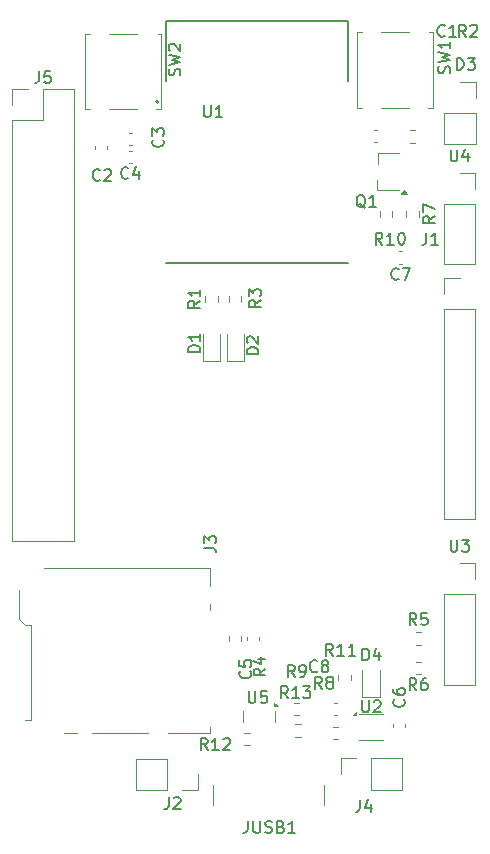
<source format=gbr>
%TF.GenerationSoftware,KiCad,Pcbnew,8.0.6*%
%TF.CreationDate,2024-12-02T04:17:19+07:00*%
%TF.ProjectId,PCB,5043422e-6b69-4636-9164-5f7063625858,rev?*%
%TF.SameCoordinates,Original*%
%TF.FileFunction,Legend,Top*%
%TF.FilePolarity,Positive*%
%FSLAX46Y46*%
G04 Gerber Fmt 4.6, Leading zero omitted, Abs format (unit mm)*
G04 Created by KiCad (PCBNEW 8.0.6) date 2024-12-02 04:17:19*
%MOMM*%
%LPD*%
G01*
G04 APERTURE LIST*
%ADD10C,0.150000*%
%ADD11C,0.120000*%
%ADD12C,0.127000*%
%ADD13C,0.200000*%
G04 APERTURE END LIST*
D10*
X111807200Y-23333332D02*
X111854819Y-23190475D01*
X111854819Y-23190475D02*
X111854819Y-22952380D01*
X111854819Y-22952380D02*
X111807200Y-22857142D01*
X111807200Y-22857142D02*
X111759580Y-22809523D01*
X111759580Y-22809523D02*
X111664342Y-22761904D01*
X111664342Y-22761904D02*
X111569104Y-22761904D01*
X111569104Y-22761904D02*
X111473866Y-22809523D01*
X111473866Y-22809523D02*
X111426247Y-22857142D01*
X111426247Y-22857142D02*
X111378628Y-22952380D01*
X111378628Y-22952380D02*
X111331009Y-23142856D01*
X111331009Y-23142856D02*
X111283390Y-23238094D01*
X111283390Y-23238094D02*
X111235771Y-23285713D01*
X111235771Y-23285713D02*
X111140533Y-23333332D01*
X111140533Y-23333332D02*
X111045295Y-23333332D01*
X111045295Y-23333332D02*
X110950057Y-23285713D01*
X110950057Y-23285713D02*
X110902438Y-23238094D01*
X110902438Y-23238094D02*
X110854819Y-23142856D01*
X110854819Y-23142856D02*
X110854819Y-22904761D01*
X110854819Y-22904761D02*
X110902438Y-22761904D01*
X110854819Y-22428570D02*
X111854819Y-22190475D01*
X111854819Y-22190475D02*
X111140533Y-21999999D01*
X111140533Y-21999999D02*
X111854819Y-21809523D01*
X111854819Y-21809523D02*
X110854819Y-21571428D01*
X110950057Y-21238094D02*
X110902438Y-21190475D01*
X110902438Y-21190475D02*
X110854819Y-21095237D01*
X110854819Y-21095237D02*
X110854819Y-20857142D01*
X110854819Y-20857142D02*
X110902438Y-20761904D01*
X110902438Y-20761904D02*
X110950057Y-20714285D01*
X110950057Y-20714285D02*
X111045295Y-20666666D01*
X111045295Y-20666666D02*
X111140533Y-20666666D01*
X111140533Y-20666666D02*
X111283390Y-20714285D01*
X111283390Y-20714285D02*
X111854819Y-21285713D01*
X111854819Y-21285713D02*
X111854819Y-20666666D01*
X134647200Y-23133332D02*
X134694819Y-22990475D01*
X134694819Y-22990475D02*
X134694819Y-22752380D01*
X134694819Y-22752380D02*
X134647200Y-22657142D01*
X134647200Y-22657142D02*
X134599580Y-22609523D01*
X134599580Y-22609523D02*
X134504342Y-22561904D01*
X134504342Y-22561904D02*
X134409104Y-22561904D01*
X134409104Y-22561904D02*
X134313866Y-22609523D01*
X134313866Y-22609523D02*
X134266247Y-22657142D01*
X134266247Y-22657142D02*
X134218628Y-22752380D01*
X134218628Y-22752380D02*
X134171009Y-22942856D01*
X134171009Y-22942856D02*
X134123390Y-23038094D01*
X134123390Y-23038094D02*
X134075771Y-23085713D01*
X134075771Y-23085713D02*
X133980533Y-23133332D01*
X133980533Y-23133332D02*
X133885295Y-23133332D01*
X133885295Y-23133332D02*
X133790057Y-23085713D01*
X133790057Y-23085713D02*
X133742438Y-23038094D01*
X133742438Y-23038094D02*
X133694819Y-22942856D01*
X133694819Y-22942856D02*
X133694819Y-22704761D01*
X133694819Y-22704761D02*
X133742438Y-22561904D01*
X133694819Y-22228570D02*
X134694819Y-21990475D01*
X134694819Y-21990475D02*
X133980533Y-21799999D01*
X133980533Y-21799999D02*
X134694819Y-21609523D01*
X134694819Y-21609523D02*
X133694819Y-21371428D01*
X134694819Y-20466666D02*
X134694819Y-21038094D01*
X134694819Y-20752380D02*
X133694819Y-20752380D01*
X133694819Y-20752380D02*
X133837676Y-20847618D01*
X133837676Y-20847618D02*
X133932914Y-20942856D01*
X133932914Y-20942856D02*
X133980533Y-21038094D01*
X117638095Y-75454819D02*
X117638095Y-76264342D01*
X117638095Y-76264342D02*
X117685714Y-76359580D01*
X117685714Y-76359580D02*
X117733333Y-76407200D01*
X117733333Y-76407200D02*
X117828571Y-76454819D01*
X117828571Y-76454819D02*
X118019047Y-76454819D01*
X118019047Y-76454819D02*
X118114285Y-76407200D01*
X118114285Y-76407200D02*
X118161904Y-76359580D01*
X118161904Y-76359580D02*
X118209523Y-76264342D01*
X118209523Y-76264342D02*
X118209523Y-75454819D01*
X119161904Y-75454819D02*
X118685714Y-75454819D01*
X118685714Y-75454819D02*
X118638095Y-75931009D01*
X118638095Y-75931009D02*
X118685714Y-75883390D01*
X118685714Y-75883390D02*
X118780952Y-75835771D01*
X118780952Y-75835771D02*
X119019047Y-75835771D01*
X119019047Y-75835771D02*
X119114285Y-75883390D01*
X119114285Y-75883390D02*
X119161904Y-75931009D01*
X119161904Y-75931009D02*
X119209523Y-76026247D01*
X119209523Y-76026247D02*
X119209523Y-76264342D01*
X119209523Y-76264342D02*
X119161904Y-76359580D01*
X119161904Y-76359580D02*
X119114285Y-76407200D01*
X119114285Y-76407200D02*
X119019047Y-76454819D01*
X119019047Y-76454819D02*
X118780952Y-76454819D01*
X118780952Y-76454819D02*
X118685714Y-76407200D01*
X118685714Y-76407200D02*
X118638095Y-76359580D01*
X134738095Y-29604819D02*
X134738095Y-30414342D01*
X134738095Y-30414342D02*
X134785714Y-30509580D01*
X134785714Y-30509580D02*
X134833333Y-30557200D01*
X134833333Y-30557200D02*
X134928571Y-30604819D01*
X134928571Y-30604819D02*
X135119047Y-30604819D01*
X135119047Y-30604819D02*
X135214285Y-30557200D01*
X135214285Y-30557200D02*
X135261904Y-30509580D01*
X135261904Y-30509580D02*
X135309523Y-30414342D01*
X135309523Y-30414342D02*
X135309523Y-29604819D01*
X136214285Y-29938152D02*
X136214285Y-30604819D01*
X135976190Y-29557200D02*
X135738095Y-30271485D01*
X135738095Y-30271485D02*
X136357142Y-30271485D01*
X134738095Y-62644819D02*
X134738095Y-63454342D01*
X134738095Y-63454342D02*
X134785714Y-63549580D01*
X134785714Y-63549580D02*
X134833333Y-63597200D01*
X134833333Y-63597200D02*
X134928571Y-63644819D01*
X134928571Y-63644819D02*
X135119047Y-63644819D01*
X135119047Y-63644819D02*
X135214285Y-63597200D01*
X135214285Y-63597200D02*
X135261904Y-63549580D01*
X135261904Y-63549580D02*
X135309523Y-63454342D01*
X135309523Y-63454342D02*
X135309523Y-62644819D01*
X135690476Y-62644819D02*
X136309523Y-62644819D01*
X136309523Y-62644819D02*
X135976190Y-63025771D01*
X135976190Y-63025771D02*
X136119047Y-63025771D01*
X136119047Y-63025771D02*
X136214285Y-63073390D01*
X136214285Y-63073390D02*
X136261904Y-63121009D01*
X136261904Y-63121009D02*
X136309523Y-63216247D01*
X136309523Y-63216247D02*
X136309523Y-63454342D01*
X136309523Y-63454342D02*
X136261904Y-63549580D01*
X136261904Y-63549580D02*
X136214285Y-63597200D01*
X136214285Y-63597200D02*
X136119047Y-63644819D01*
X136119047Y-63644819D02*
X135833333Y-63644819D01*
X135833333Y-63644819D02*
X135738095Y-63597200D01*
X135738095Y-63597200D02*
X135690476Y-63549580D01*
X127238095Y-76254819D02*
X127238095Y-77064342D01*
X127238095Y-77064342D02*
X127285714Y-77159580D01*
X127285714Y-77159580D02*
X127333333Y-77207200D01*
X127333333Y-77207200D02*
X127428571Y-77254819D01*
X127428571Y-77254819D02*
X127619047Y-77254819D01*
X127619047Y-77254819D02*
X127714285Y-77207200D01*
X127714285Y-77207200D02*
X127761904Y-77159580D01*
X127761904Y-77159580D02*
X127809523Y-77064342D01*
X127809523Y-77064342D02*
X127809523Y-76254819D01*
X128238095Y-76350057D02*
X128285714Y-76302438D01*
X128285714Y-76302438D02*
X128380952Y-76254819D01*
X128380952Y-76254819D02*
X128619047Y-76254819D01*
X128619047Y-76254819D02*
X128714285Y-76302438D01*
X128714285Y-76302438D02*
X128761904Y-76350057D01*
X128761904Y-76350057D02*
X128809523Y-76445295D01*
X128809523Y-76445295D02*
X128809523Y-76540533D01*
X128809523Y-76540533D02*
X128761904Y-76683390D01*
X128761904Y-76683390D02*
X128190476Y-77254819D01*
X128190476Y-77254819D02*
X128809523Y-77254819D01*
X123833333Y-75254819D02*
X123500000Y-74778628D01*
X123261905Y-75254819D02*
X123261905Y-74254819D01*
X123261905Y-74254819D02*
X123642857Y-74254819D01*
X123642857Y-74254819D02*
X123738095Y-74302438D01*
X123738095Y-74302438D02*
X123785714Y-74350057D01*
X123785714Y-74350057D02*
X123833333Y-74445295D01*
X123833333Y-74445295D02*
X123833333Y-74588152D01*
X123833333Y-74588152D02*
X123785714Y-74683390D01*
X123785714Y-74683390D02*
X123738095Y-74731009D01*
X123738095Y-74731009D02*
X123642857Y-74778628D01*
X123642857Y-74778628D02*
X123261905Y-74778628D01*
X124404762Y-74683390D02*
X124309524Y-74635771D01*
X124309524Y-74635771D02*
X124261905Y-74588152D01*
X124261905Y-74588152D02*
X124214286Y-74492914D01*
X124214286Y-74492914D02*
X124214286Y-74445295D01*
X124214286Y-74445295D02*
X124261905Y-74350057D01*
X124261905Y-74350057D02*
X124309524Y-74302438D01*
X124309524Y-74302438D02*
X124404762Y-74254819D01*
X124404762Y-74254819D02*
X124595238Y-74254819D01*
X124595238Y-74254819D02*
X124690476Y-74302438D01*
X124690476Y-74302438D02*
X124738095Y-74350057D01*
X124738095Y-74350057D02*
X124785714Y-74445295D01*
X124785714Y-74445295D02*
X124785714Y-74492914D01*
X124785714Y-74492914D02*
X124738095Y-74588152D01*
X124738095Y-74588152D02*
X124690476Y-74635771D01*
X124690476Y-74635771D02*
X124595238Y-74683390D01*
X124595238Y-74683390D02*
X124404762Y-74683390D01*
X124404762Y-74683390D02*
X124309524Y-74731009D01*
X124309524Y-74731009D02*
X124261905Y-74778628D01*
X124261905Y-74778628D02*
X124214286Y-74873866D01*
X124214286Y-74873866D02*
X124214286Y-75064342D01*
X124214286Y-75064342D02*
X124261905Y-75159580D01*
X124261905Y-75159580D02*
X124309524Y-75207200D01*
X124309524Y-75207200D02*
X124404762Y-75254819D01*
X124404762Y-75254819D02*
X124595238Y-75254819D01*
X124595238Y-75254819D02*
X124690476Y-75207200D01*
X124690476Y-75207200D02*
X124738095Y-75159580D01*
X124738095Y-75159580D02*
X124785714Y-75064342D01*
X124785714Y-75064342D02*
X124785714Y-74873866D01*
X124785714Y-74873866D02*
X124738095Y-74778628D01*
X124738095Y-74778628D02*
X124690476Y-74731009D01*
X124690476Y-74731009D02*
X124595238Y-74683390D01*
X133384819Y-35241666D02*
X132908628Y-35574999D01*
X133384819Y-35813094D02*
X132384819Y-35813094D01*
X132384819Y-35813094D02*
X132384819Y-35432142D01*
X132384819Y-35432142D02*
X132432438Y-35336904D01*
X132432438Y-35336904D02*
X132480057Y-35289285D01*
X132480057Y-35289285D02*
X132575295Y-35241666D01*
X132575295Y-35241666D02*
X132718152Y-35241666D01*
X132718152Y-35241666D02*
X132813390Y-35289285D01*
X132813390Y-35289285D02*
X132861009Y-35336904D01*
X132861009Y-35336904D02*
X132908628Y-35432142D01*
X132908628Y-35432142D02*
X132908628Y-35813094D01*
X132384819Y-34908332D02*
X132384819Y-34241666D01*
X132384819Y-34241666D02*
X133384819Y-34670237D01*
X131833333Y-75384819D02*
X131500000Y-74908628D01*
X131261905Y-75384819D02*
X131261905Y-74384819D01*
X131261905Y-74384819D02*
X131642857Y-74384819D01*
X131642857Y-74384819D02*
X131738095Y-74432438D01*
X131738095Y-74432438D02*
X131785714Y-74480057D01*
X131785714Y-74480057D02*
X131833333Y-74575295D01*
X131833333Y-74575295D02*
X131833333Y-74718152D01*
X131833333Y-74718152D02*
X131785714Y-74813390D01*
X131785714Y-74813390D02*
X131738095Y-74861009D01*
X131738095Y-74861009D02*
X131642857Y-74908628D01*
X131642857Y-74908628D02*
X131261905Y-74908628D01*
X132690476Y-74384819D02*
X132500000Y-74384819D01*
X132500000Y-74384819D02*
X132404762Y-74432438D01*
X132404762Y-74432438D02*
X132357143Y-74480057D01*
X132357143Y-74480057D02*
X132261905Y-74622914D01*
X132261905Y-74622914D02*
X132214286Y-74813390D01*
X132214286Y-74813390D02*
X132214286Y-75194342D01*
X132214286Y-75194342D02*
X132261905Y-75289580D01*
X132261905Y-75289580D02*
X132309524Y-75337200D01*
X132309524Y-75337200D02*
X132404762Y-75384819D01*
X132404762Y-75384819D02*
X132595238Y-75384819D01*
X132595238Y-75384819D02*
X132690476Y-75337200D01*
X132690476Y-75337200D02*
X132738095Y-75289580D01*
X132738095Y-75289580D02*
X132785714Y-75194342D01*
X132785714Y-75194342D02*
X132785714Y-74956247D01*
X132785714Y-74956247D02*
X132738095Y-74861009D01*
X132738095Y-74861009D02*
X132690476Y-74813390D01*
X132690476Y-74813390D02*
X132595238Y-74765771D01*
X132595238Y-74765771D02*
X132404762Y-74765771D01*
X132404762Y-74765771D02*
X132309524Y-74813390D01*
X132309524Y-74813390D02*
X132261905Y-74861009D01*
X132261905Y-74861009D02*
X132214286Y-74956247D01*
X99896666Y-22964819D02*
X99896666Y-23679104D01*
X99896666Y-23679104D02*
X99849047Y-23821961D01*
X99849047Y-23821961D02*
X99753809Y-23917200D01*
X99753809Y-23917200D02*
X99610952Y-23964819D01*
X99610952Y-23964819D02*
X99515714Y-23964819D01*
X100849047Y-22964819D02*
X100372857Y-22964819D01*
X100372857Y-22964819D02*
X100325238Y-23441009D01*
X100325238Y-23441009D02*
X100372857Y-23393390D01*
X100372857Y-23393390D02*
X100468095Y-23345771D01*
X100468095Y-23345771D02*
X100706190Y-23345771D01*
X100706190Y-23345771D02*
X100801428Y-23393390D01*
X100801428Y-23393390D02*
X100849047Y-23441009D01*
X100849047Y-23441009D02*
X100896666Y-23536247D01*
X100896666Y-23536247D02*
X100896666Y-23774342D01*
X100896666Y-23774342D02*
X100849047Y-23869580D01*
X100849047Y-23869580D02*
X100801428Y-23917200D01*
X100801428Y-23917200D02*
X100706190Y-23964819D01*
X100706190Y-23964819D02*
X100468095Y-23964819D01*
X100468095Y-23964819D02*
X100372857Y-23917200D01*
X100372857Y-23917200D02*
X100325238Y-23869580D01*
X110866666Y-84454819D02*
X110866666Y-85169104D01*
X110866666Y-85169104D02*
X110819047Y-85311961D01*
X110819047Y-85311961D02*
X110723809Y-85407200D01*
X110723809Y-85407200D02*
X110580952Y-85454819D01*
X110580952Y-85454819D02*
X110485714Y-85454819D01*
X111295238Y-84550057D02*
X111342857Y-84502438D01*
X111342857Y-84502438D02*
X111438095Y-84454819D01*
X111438095Y-84454819D02*
X111676190Y-84454819D01*
X111676190Y-84454819D02*
X111771428Y-84502438D01*
X111771428Y-84502438D02*
X111819047Y-84550057D01*
X111819047Y-84550057D02*
X111866666Y-84645295D01*
X111866666Y-84645295D02*
X111866666Y-84740533D01*
X111866666Y-84740533D02*
X111819047Y-84883390D01*
X111819047Y-84883390D02*
X111247619Y-85454819D01*
X111247619Y-85454819D02*
X111866666Y-85454819D01*
X127261905Y-72854819D02*
X127261905Y-71854819D01*
X127261905Y-71854819D02*
X127500000Y-71854819D01*
X127500000Y-71854819D02*
X127642857Y-71902438D01*
X127642857Y-71902438D02*
X127738095Y-71997676D01*
X127738095Y-71997676D02*
X127785714Y-72092914D01*
X127785714Y-72092914D02*
X127833333Y-72283390D01*
X127833333Y-72283390D02*
X127833333Y-72426247D01*
X127833333Y-72426247D02*
X127785714Y-72616723D01*
X127785714Y-72616723D02*
X127738095Y-72711961D01*
X127738095Y-72711961D02*
X127642857Y-72807200D01*
X127642857Y-72807200D02*
X127500000Y-72854819D01*
X127500000Y-72854819D02*
X127261905Y-72854819D01*
X128690476Y-72188152D02*
X128690476Y-72854819D01*
X128452381Y-71807200D02*
X128214286Y-72521485D01*
X128214286Y-72521485D02*
X128833333Y-72521485D01*
X135261905Y-22854819D02*
X135261905Y-21854819D01*
X135261905Y-21854819D02*
X135500000Y-21854819D01*
X135500000Y-21854819D02*
X135642857Y-21902438D01*
X135642857Y-21902438D02*
X135738095Y-21997676D01*
X135738095Y-21997676D02*
X135785714Y-22092914D01*
X135785714Y-22092914D02*
X135833333Y-22283390D01*
X135833333Y-22283390D02*
X135833333Y-22426247D01*
X135833333Y-22426247D02*
X135785714Y-22616723D01*
X135785714Y-22616723D02*
X135738095Y-22711961D01*
X135738095Y-22711961D02*
X135642857Y-22807200D01*
X135642857Y-22807200D02*
X135500000Y-22854819D01*
X135500000Y-22854819D02*
X135261905Y-22854819D01*
X136166667Y-21854819D02*
X136785714Y-21854819D01*
X136785714Y-21854819D02*
X136452381Y-22235771D01*
X136452381Y-22235771D02*
X136595238Y-22235771D01*
X136595238Y-22235771D02*
X136690476Y-22283390D01*
X136690476Y-22283390D02*
X136738095Y-22331009D01*
X136738095Y-22331009D02*
X136785714Y-22426247D01*
X136785714Y-22426247D02*
X136785714Y-22664342D01*
X136785714Y-22664342D02*
X136738095Y-22759580D01*
X136738095Y-22759580D02*
X136690476Y-22807200D01*
X136690476Y-22807200D02*
X136595238Y-22854819D01*
X136595238Y-22854819D02*
X136309524Y-22854819D01*
X136309524Y-22854819D02*
X136214286Y-22807200D01*
X136214286Y-22807200D02*
X136166667Y-22759580D01*
X105033333Y-32159580D02*
X104985714Y-32207200D01*
X104985714Y-32207200D02*
X104842857Y-32254819D01*
X104842857Y-32254819D02*
X104747619Y-32254819D01*
X104747619Y-32254819D02*
X104604762Y-32207200D01*
X104604762Y-32207200D02*
X104509524Y-32111961D01*
X104509524Y-32111961D02*
X104461905Y-32016723D01*
X104461905Y-32016723D02*
X104414286Y-31826247D01*
X104414286Y-31826247D02*
X104414286Y-31683390D01*
X104414286Y-31683390D02*
X104461905Y-31492914D01*
X104461905Y-31492914D02*
X104509524Y-31397676D01*
X104509524Y-31397676D02*
X104604762Y-31302438D01*
X104604762Y-31302438D02*
X104747619Y-31254819D01*
X104747619Y-31254819D02*
X104842857Y-31254819D01*
X104842857Y-31254819D02*
X104985714Y-31302438D01*
X104985714Y-31302438D02*
X105033333Y-31350057D01*
X105414286Y-31350057D02*
X105461905Y-31302438D01*
X105461905Y-31302438D02*
X105557143Y-31254819D01*
X105557143Y-31254819D02*
X105795238Y-31254819D01*
X105795238Y-31254819D02*
X105890476Y-31302438D01*
X105890476Y-31302438D02*
X105938095Y-31350057D01*
X105938095Y-31350057D02*
X105985714Y-31445295D01*
X105985714Y-31445295D02*
X105985714Y-31540533D01*
X105985714Y-31540533D02*
X105938095Y-31683390D01*
X105938095Y-31683390D02*
X105366667Y-32254819D01*
X105366667Y-32254819D02*
X105985714Y-32254819D01*
X127066666Y-84654819D02*
X127066666Y-85369104D01*
X127066666Y-85369104D02*
X127019047Y-85511961D01*
X127019047Y-85511961D02*
X126923809Y-85607200D01*
X126923809Y-85607200D02*
X126780952Y-85654819D01*
X126780952Y-85654819D02*
X126685714Y-85654819D01*
X127971428Y-84988152D02*
X127971428Y-85654819D01*
X127733333Y-84607200D02*
X127495238Y-85321485D01*
X127495238Y-85321485D02*
X128114285Y-85321485D01*
X127504761Y-34550057D02*
X127409523Y-34502438D01*
X127409523Y-34502438D02*
X127314285Y-34407200D01*
X127314285Y-34407200D02*
X127171428Y-34264342D01*
X127171428Y-34264342D02*
X127076190Y-34216723D01*
X127076190Y-34216723D02*
X126980952Y-34216723D01*
X127028571Y-34454819D02*
X126933333Y-34407200D01*
X126933333Y-34407200D02*
X126838095Y-34311961D01*
X126838095Y-34311961D02*
X126790476Y-34121485D01*
X126790476Y-34121485D02*
X126790476Y-33788152D01*
X126790476Y-33788152D02*
X126838095Y-33597676D01*
X126838095Y-33597676D02*
X126933333Y-33502438D01*
X126933333Y-33502438D02*
X127028571Y-33454819D01*
X127028571Y-33454819D02*
X127219047Y-33454819D01*
X127219047Y-33454819D02*
X127314285Y-33502438D01*
X127314285Y-33502438D02*
X127409523Y-33597676D01*
X127409523Y-33597676D02*
X127457142Y-33788152D01*
X127457142Y-33788152D02*
X127457142Y-34121485D01*
X127457142Y-34121485D02*
X127409523Y-34311961D01*
X127409523Y-34311961D02*
X127314285Y-34407200D01*
X127314285Y-34407200D02*
X127219047Y-34454819D01*
X127219047Y-34454819D02*
X127028571Y-34454819D01*
X128409523Y-34454819D02*
X127838095Y-34454819D01*
X128123809Y-34454819D02*
X128123809Y-33454819D01*
X128123809Y-33454819D02*
X128028571Y-33597676D01*
X128028571Y-33597676D02*
X127933333Y-33692914D01*
X127933333Y-33692914D02*
X127838095Y-33740533D01*
X118454819Y-46938094D02*
X117454819Y-46938094D01*
X117454819Y-46938094D02*
X117454819Y-46699999D01*
X117454819Y-46699999D02*
X117502438Y-46557142D01*
X117502438Y-46557142D02*
X117597676Y-46461904D01*
X117597676Y-46461904D02*
X117692914Y-46414285D01*
X117692914Y-46414285D02*
X117883390Y-46366666D01*
X117883390Y-46366666D02*
X118026247Y-46366666D01*
X118026247Y-46366666D02*
X118216723Y-46414285D01*
X118216723Y-46414285D02*
X118311961Y-46461904D01*
X118311961Y-46461904D02*
X118407200Y-46557142D01*
X118407200Y-46557142D02*
X118454819Y-46699999D01*
X118454819Y-46699999D02*
X118454819Y-46938094D01*
X117550057Y-45985713D02*
X117502438Y-45938094D01*
X117502438Y-45938094D02*
X117454819Y-45842856D01*
X117454819Y-45842856D02*
X117454819Y-45604761D01*
X117454819Y-45604761D02*
X117502438Y-45509523D01*
X117502438Y-45509523D02*
X117550057Y-45461904D01*
X117550057Y-45461904D02*
X117645295Y-45414285D01*
X117645295Y-45414285D02*
X117740533Y-45414285D01*
X117740533Y-45414285D02*
X117883390Y-45461904D01*
X117883390Y-45461904D02*
X118454819Y-46033332D01*
X118454819Y-46033332D02*
X118454819Y-45414285D01*
X113524819Y-46738094D02*
X112524819Y-46738094D01*
X112524819Y-46738094D02*
X112524819Y-46499999D01*
X112524819Y-46499999D02*
X112572438Y-46357142D01*
X112572438Y-46357142D02*
X112667676Y-46261904D01*
X112667676Y-46261904D02*
X112762914Y-46214285D01*
X112762914Y-46214285D02*
X112953390Y-46166666D01*
X112953390Y-46166666D02*
X113096247Y-46166666D01*
X113096247Y-46166666D02*
X113286723Y-46214285D01*
X113286723Y-46214285D02*
X113381961Y-46261904D01*
X113381961Y-46261904D02*
X113477200Y-46357142D01*
X113477200Y-46357142D02*
X113524819Y-46499999D01*
X113524819Y-46499999D02*
X113524819Y-46738094D01*
X113524819Y-45214285D02*
X113524819Y-45785713D01*
X113524819Y-45499999D02*
X112524819Y-45499999D01*
X112524819Y-45499999D02*
X112667676Y-45595237D01*
X112667676Y-45595237D02*
X112762914Y-45690475D01*
X112762914Y-45690475D02*
X112810533Y-45785713D01*
X120957142Y-76054819D02*
X120623809Y-75578628D01*
X120385714Y-76054819D02*
X120385714Y-75054819D01*
X120385714Y-75054819D02*
X120766666Y-75054819D01*
X120766666Y-75054819D02*
X120861904Y-75102438D01*
X120861904Y-75102438D02*
X120909523Y-75150057D01*
X120909523Y-75150057D02*
X120957142Y-75245295D01*
X120957142Y-75245295D02*
X120957142Y-75388152D01*
X120957142Y-75388152D02*
X120909523Y-75483390D01*
X120909523Y-75483390D02*
X120861904Y-75531009D01*
X120861904Y-75531009D02*
X120766666Y-75578628D01*
X120766666Y-75578628D02*
X120385714Y-75578628D01*
X121909523Y-76054819D02*
X121338095Y-76054819D01*
X121623809Y-76054819D02*
X121623809Y-75054819D01*
X121623809Y-75054819D02*
X121528571Y-75197676D01*
X121528571Y-75197676D02*
X121433333Y-75292914D01*
X121433333Y-75292914D02*
X121338095Y-75340533D01*
X122242857Y-75054819D02*
X122861904Y-75054819D01*
X122861904Y-75054819D02*
X122528571Y-75435771D01*
X122528571Y-75435771D02*
X122671428Y-75435771D01*
X122671428Y-75435771D02*
X122766666Y-75483390D01*
X122766666Y-75483390D02*
X122814285Y-75531009D01*
X122814285Y-75531009D02*
X122861904Y-75626247D01*
X122861904Y-75626247D02*
X122861904Y-75864342D01*
X122861904Y-75864342D02*
X122814285Y-75959580D01*
X122814285Y-75959580D02*
X122766666Y-76007200D01*
X122766666Y-76007200D02*
X122671428Y-76054819D01*
X122671428Y-76054819D02*
X122385714Y-76054819D01*
X122385714Y-76054819D02*
X122290476Y-76007200D01*
X122290476Y-76007200D02*
X122242857Y-75959580D01*
X114157142Y-80454819D02*
X113823809Y-79978628D01*
X113585714Y-80454819D02*
X113585714Y-79454819D01*
X113585714Y-79454819D02*
X113966666Y-79454819D01*
X113966666Y-79454819D02*
X114061904Y-79502438D01*
X114061904Y-79502438D02*
X114109523Y-79550057D01*
X114109523Y-79550057D02*
X114157142Y-79645295D01*
X114157142Y-79645295D02*
X114157142Y-79788152D01*
X114157142Y-79788152D02*
X114109523Y-79883390D01*
X114109523Y-79883390D02*
X114061904Y-79931009D01*
X114061904Y-79931009D02*
X113966666Y-79978628D01*
X113966666Y-79978628D02*
X113585714Y-79978628D01*
X115109523Y-80454819D02*
X114538095Y-80454819D01*
X114823809Y-80454819D02*
X114823809Y-79454819D01*
X114823809Y-79454819D02*
X114728571Y-79597676D01*
X114728571Y-79597676D02*
X114633333Y-79692914D01*
X114633333Y-79692914D02*
X114538095Y-79740533D01*
X115490476Y-79550057D02*
X115538095Y-79502438D01*
X115538095Y-79502438D02*
X115633333Y-79454819D01*
X115633333Y-79454819D02*
X115871428Y-79454819D01*
X115871428Y-79454819D02*
X115966666Y-79502438D01*
X115966666Y-79502438D02*
X116014285Y-79550057D01*
X116014285Y-79550057D02*
X116061904Y-79645295D01*
X116061904Y-79645295D02*
X116061904Y-79740533D01*
X116061904Y-79740533D02*
X116014285Y-79883390D01*
X116014285Y-79883390D02*
X115442857Y-80454819D01*
X115442857Y-80454819D02*
X116061904Y-80454819D01*
X131833333Y-69854819D02*
X131500000Y-69378628D01*
X131261905Y-69854819D02*
X131261905Y-68854819D01*
X131261905Y-68854819D02*
X131642857Y-68854819D01*
X131642857Y-68854819D02*
X131738095Y-68902438D01*
X131738095Y-68902438D02*
X131785714Y-68950057D01*
X131785714Y-68950057D02*
X131833333Y-69045295D01*
X131833333Y-69045295D02*
X131833333Y-69188152D01*
X131833333Y-69188152D02*
X131785714Y-69283390D01*
X131785714Y-69283390D02*
X131738095Y-69331009D01*
X131738095Y-69331009D02*
X131642857Y-69378628D01*
X131642857Y-69378628D02*
X131261905Y-69378628D01*
X132738095Y-68854819D02*
X132261905Y-68854819D01*
X132261905Y-68854819D02*
X132214286Y-69331009D01*
X132214286Y-69331009D02*
X132261905Y-69283390D01*
X132261905Y-69283390D02*
X132357143Y-69235771D01*
X132357143Y-69235771D02*
X132595238Y-69235771D01*
X132595238Y-69235771D02*
X132690476Y-69283390D01*
X132690476Y-69283390D02*
X132738095Y-69331009D01*
X132738095Y-69331009D02*
X132785714Y-69426247D01*
X132785714Y-69426247D02*
X132785714Y-69664342D01*
X132785714Y-69664342D02*
X132738095Y-69759580D01*
X132738095Y-69759580D02*
X132690476Y-69807200D01*
X132690476Y-69807200D02*
X132595238Y-69854819D01*
X132595238Y-69854819D02*
X132357143Y-69854819D01*
X132357143Y-69854819D02*
X132261905Y-69807200D01*
X132261905Y-69807200D02*
X132214286Y-69759580D01*
X119054819Y-73566666D02*
X118578628Y-73899999D01*
X119054819Y-74138094D02*
X118054819Y-74138094D01*
X118054819Y-74138094D02*
X118054819Y-73757142D01*
X118054819Y-73757142D02*
X118102438Y-73661904D01*
X118102438Y-73661904D02*
X118150057Y-73614285D01*
X118150057Y-73614285D02*
X118245295Y-73566666D01*
X118245295Y-73566666D02*
X118388152Y-73566666D01*
X118388152Y-73566666D02*
X118483390Y-73614285D01*
X118483390Y-73614285D02*
X118531009Y-73661904D01*
X118531009Y-73661904D02*
X118578628Y-73757142D01*
X118578628Y-73757142D02*
X118578628Y-74138094D01*
X118388152Y-72709523D02*
X119054819Y-72709523D01*
X118007200Y-72947618D02*
X118721485Y-73185713D01*
X118721485Y-73185713D02*
X118721485Y-72566666D01*
X118654819Y-42366666D02*
X118178628Y-42699999D01*
X118654819Y-42938094D02*
X117654819Y-42938094D01*
X117654819Y-42938094D02*
X117654819Y-42557142D01*
X117654819Y-42557142D02*
X117702438Y-42461904D01*
X117702438Y-42461904D02*
X117750057Y-42414285D01*
X117750057Y-42414285D02*
X117845295Y-42366666D01*
X117845295Y-42366666D02*
X117988152Y-42366666D01*
X117988152Y-42366666D02*
X118083390Y-42414285D01*
X118083390Y-42414285D02*
X118131009Y-42461904D01*
X118131009Y-42461904D02*
X118178628Y-42557142D01*
X118178628Y-42557142D02*
X118178628Y-42938094D01*
X117654819Y-42033332D02*
X117654819Y-41414285D01*
X117654819Y-41414285D02*
X118035771Y-41747618D01*
X118035771Y-41747618D02*
X118035771Y-41604761D01*
X118035771Y-41604761D02*
X118083390Y-41509523D01*
X118083390Y-41509523D02*
X118131009Y-41461904D01*
X118131009Y-41461904D02*
X118226247Y-41414285D01*
X118226247Y-41414285D02*
X118464342Y-41414285D01*
X118464342Y-41414285D02*
X118559580Y-41461904D01*
X118559580Y-41461904D02*
X118607200Y-41509523D01*
X118607200Y-41509523D02*
X118654819Y-41604761D01*
X118654819Y-41604761D02*
X118654819Y-41890475D01*
X118654819Y-41890475D02*
X118607200Y-41985713D01*
X118607200Y-41985713D02*
X118559580Y-42033332D01*
X136033333Y-20054819D02*
X135700000Y-19578628D01*
X135461905Y-20054819D02*
X135461905Y-19054819D01*
X135461905Y-19054819D02*
X135842857Y-19054819D01*
X135842857Y-19054819D02*
X135938095Y-19102438D01*
X135938095Y-19102438D02*
X135985714Y-19150057D01*
X135985714Y-19150057D02*
X136033333Y-19245295D01*
X136033333Y-19245295D02*
X136033333Y-19388152D01*
X136033333Y-19388152D02*
X135985714Y-19483390D01*
X135985714Y-19483390D02*
X135938095Y-19531009D01*
X135938095Y-19531009D02*
X135842857Y-19578628D01*
X135842857Y-19578628D02*
X135461905Y-19578628D01*
X136414286Y-19150057D02*
X136461905Y-19102438D01*
X136461905Y-19102438D02*
X136557143Y-19054819D01*
X136557143Y-19054819D02*
X136795238Y-19054819D01*
X136795238Y-19054819D02*
X136890476Y-19102438D01*
X136890476Y-19102438D02*
X136938095Y-19150057D01*
X136938095Y-19150057D02*
X136985714Y-19245295D01*
X136985714Y-19245295D02*
X136985714Y-19340533D01*
X136985714Y-19340533D02*
X136938095Y-19483390D01*
X136938095Y-19483390D02*
X136366667Y-20054819D01*
X136366667Y-20054819D02*
X136985714Y-20054819D01*
X123433333Y-73759580D02*
X123385714Y-73807200D01*
X123385714Y-73807200D02*
X123242857Y-73854819D01*
X123242857Y-73854819D02*
X123147619Y-73854819D01*
X123147619Y-73854819D02*
X123004762Y-73807200D01*
X123004762Y-73807200D02*
X122909524Y-73711961D01*
X122909524Y-73711961D02*
X122861905Y-73616723D01*
X122861905Y-73616723D02*
X122814286Y-73426247D01*
X122814286Y-73426247D02*
X122814286Y-73283390D01*
X122814286Y-73283390D02*
X122861905Y-73092914D01*
X122861905Y-73092914D02*
X122909524Y-72997676D01*
X122909524Y-72997676D02*
X123004762Y-72902438D01*
X123004762Y-72902438D02*
X123147619Y-72854819D01*
X123147619Y-72854819D02*
X123242857Y-72854819D01*
X123242857Y-72854819D02*
X123385714Y-72902438D01*
X123385714Y-72902438D02*
X123433333Y-72950057D01*
X124004762Y-73283390D02*
X123909524Y-73235771D01*
X123909524Y-73235771D02*
X123861905Y-73188152D01*
X123861905Y-73188152D02*
X123814286Y-73092914D01*
X123814286Y-73092914D02*
X123814286Y-73045295D01*
X123814286Y-73045295D02*
X123861905Y-72950057D01*
X123861905Y-72950057D02*
X123909524Y-72902438D01*
X123909524Y-72902438D02*
X124004762Y-72854819D01*
X124004762Y-72854819D02*
X124195238Y-72854819D01*
X124195238Y-72854819D02*
X124290476Y-72902438D01*
X124290476Y-72902438D02*
X124338095Y-72950057D01*
X124338095Y-72950057D02*
X124385714Y-73045295D01*
X124385714Y-73045295D02*
X124385714Y-73092914D01*
X124385714Y-73092914D02*
X124338095Y-73188152D01*
X124338095Y-73188152D02*
X124290476Y-73235771D01*
X124290476Y-73235771D02*
X124195238Y-73283390D01*
X124195238Y-73283390D02*
X124004762Y-73283390D01*
X124004762Y-73283390D02*
X123909524Y-73331009D01*
X123909524Y-73331009D02*
X123861905Y-73378628D01*
X123861905Y-73378628D02*
X123814286Y-73473866D01*
X123814286Y-73473866D02*
X123814286Y-73664342D01*
X123814286Y-73664342D02*
X123861905Y-73759580D01*
X123861905Y-73759580D02*
X123909524Y-73807200D01*
X123909524Y-73807200D02*
X124004762Y-73854819D01*
X124004762Y-73854819D02*
X124195238Y-73854819D01*
X124195238Y-73854819D02*
X124290476Y-73807200D01*
X124290476Y-73807200D02*
X124338095Y-73759580D01*
X124338095Y-73759580D02*
X124385714Y-73664342D01*
X124385714Y-73664342D02*
X124385714Y-73473866D01*
X124385714Y-73473866D02*
X124338095Y-73378628D01*
X124338095Y-73378628D02*
X124290476Y-73331009D01*
X124290476Y-73331009D02*
X124195238Y-73283390D01*
X113838095Y-25854819D02*
X113838095Y-26664342D01*
X113838095Y-26664342D02*
X113885714Y-26759580D01*
X113885714Y-26759580D02*
X113933333Y-26807200D01*
X113933333Y-26807200D02*
X114028571Y-26854819D01*
X114028571Y-26854819D02*
X114219047Y-26854819D01*
X114219047Y-26854819D02*
X114314285Y-26807200D01*
X114314285Y-26807200D02*
X114361904Y-26759580D01*
X114361904Y-26759580D02*
X114409523Y-26664342D01*
X114409523Y-26664342D02*
X114409523Y-25854819D01*
X115409523Y-26854819D02*
X114838095Y-26854819D01*
X115123809Y-26854819D02*
X115123809Y-25854819D01*
X115123809Y-25854819D02*
X115028571Y-25997676D01*
X115028571Y-25997676D02*
X114933333Y-26092914D01*
X114933333Y-26092914D02*
X114838095Y-26140533D01*
X124757142Y-72454819D02*
X124423809Y-71978628D01*
X124185714Y-72454819D02*
X124185714Y-71454819D01*
X124185714Y-71454819D02*
X124566666Y-71454819D01*
X124566666Y-71454819D02*
X124661904Y-71502438D01*
X124661904Y-71502438D02*
X124709523Y-71550057D01*
X124709523Y-71550057D02*
X124757142Y-71645295D01*
X124757142Y-71645295D02*
X124757142Y-71788152D01*
X124757142Y-71788152D02*
X124709523Y-71883390D01*
X124709523Y-71883390D02*
X124661904Y-71931009D01*
X124661904Y-71931009D02*
X124566666Y-71978628D01*
X124566666Y-71978628D02*
X124185714Y-71978628D01*
X125709523Y-72454819D02*
X125138095Y-72454819D01*
X125423809Y-72454819D02*
X125423809Y-71454819D01*
X125423809Y-71454819D02*
X125328571Y-71597676D01*
X125328571Y-71597676D02*
X125233333Y-71692914D01*
X125233333Y-71692914D02*
X125138095Y-71740533D01*
X126661904Y-72454819D02*
X126090476Y-72454819D01*
X126376190Y-72454819D02*
X126376190Y-71454819D01*
X126376190Y-71454819D02*
X126280952Y-71597676D01*
X126280952Y-71597676D02*
X126185714Y-71692914D01*
X126185714Y-71692914D02*
X126090476Y-71740533D01*
X128957142Y-37654819D02*
X128623809Y-37178628D01*
X128385714Y-37654819D02*
X128385714Y-36654819D01*
X128385714Y-36654819D02*
X128766666Y-36654819D01*
X128766666Y-36654819D02*
X128861904Y-36702438D01*
X128861904Y-36702438D02*
X128909523Y-36750057D01*
X128909523Y-36750057D02*
X128957142Y-36845295D01*
X128957142Y-36845295D02*
X128957142Y-36988152D01*
X128957142Y-36988152D02*
X128909523Y-37083390D01*
X128909523Y-37083390D02*
X128861904Y-37131009D01*
X128861904Y-37131009D02*
X128766666Y-37178628D01*
X128766666Y-37178628D02*
X128385714Y-37178628D01*
X129909523Y-37654819D02*
X129338095Y-37654819D01*
X129623809Y-37654819D02*
X129623809Y-36654819D01*
X129623809Y-36654819D02*
X129528571Y-36797676D01*
X129528571Y-36797676D02*
X129433333Y-36892914D01*
X129433333Y-36892914D02*
X129338095Y-36940533D01*
X130528571Y-36654819D02*
X130623809Y-36654819D01*
X130623809Y-36654819D02*
X130719047Y-36702438D01*
X130719047Y-36702438D02*
X130766666Y-36750057D01*
X130766666Y-36750057D02*
X130814285Y-36845295D01*
X130814285Y-36845295D02*
X130861904Y-37035771D01*
X130861904Y-37035771D02*
X130861904Y-37273866D01*
X130861904Y-37273866D02*
X130814285Y-37464342D01*
X130814285Y-37464342D02*
X130766666Y-37559580D01*
X130766666Y-37559580D02*
X130719047Y-37607200D01*
X130719047Y-37607200D02*
X130623809Y-37654819D01*
X130623809Y-37654819D02*
X130528571Y-37654819D01*
X130528571Y-37654819D02*
X130433333Y-37607200D01*
X130433333Y-37607200D02*
X130385714Y-37559580D01*
X130385714Y-37559580D02*
X130338095Y-37464342D01*
X130338095Y-37464342D02*
X130290476Y-37273866D01*
X130290476Y-37273866D02*
X130290476Y-37035771D01*
X130290476Y-37035771D02*
X130338095Y-36845295D01*
X130338095Y-36845295D02*
X130385714Y-36750057D01*
X130385714Y-36750057D02*
X130433333Y-36702438D01*
X130433333Y-36702438D02*
X130528571Y-36654819D01*
X121533333Y-74254819D02*
X121200000Y-73778628D01*
X120961905Y-74254819D02*
X120961905Y-73254819D01*
X120961905Y-73254819D02*
X121342857Y-73254819D01*
X121342857Y-73254819D02*
X121438095Y-73302438D01*
X121438095Y-73302438D02*
X121485714Y-73350057D01*
X121485714Y-73350057D02*
X121533333Y-73445295D01*
X121533333Y-73445295D02*
X121533333Y-73588152D01*
X121533333Y-73588152D02*
X121485714Y-73683390D01*
X121485714Y-73683390D02*
X121438095Y-73731009D01*
X121438095Y-73731009D02*
X121342857Y-73778628D01*
X121342857Y-73778628D02*
X120961905Y-73778628D01*
X122009524Y-74254819D02*
X122200000Y-74254819D01*
X122200000Y-74254819D02*
X122295238Y-74207200D01*
X122295238Y-74207200D02*
X122342857Y-74159580D01*
X122342857Y-74159580D02*
X122438095Y-74016723D01*
X122438095Y-74016723D02*
X122485714Y-73826247D01*
X122485714Y-73826247D02*
X122485714Y-73445295D01*
X122485714Y-73445295D02*
X122438095Y-73350057D01*
X122438095Y-73350057D02*
X122390476Y-73302438D01*
X122390476Y-73302438D02*
X122295238Y-73254819D01*
X122295238Y-73254819D02*
X122104762Y-73254819D01*
X122104762Y-73254819D02*
X122009524Y-73302438D01*
X122009524Y-73302438D02*
X121961905Y-73350057D01*
X121961905Y-73350057D02*
X121914286Y-73445295D01*
X121914286Y-73445295D02*
X121914286Y-73683390D01*
X121914286Y-73683390D02*
X121961905Y-73778628D01*
X121961905Y-73778628D02*
X122009524Y-73826247D01*
X122009524Y-73826247D02*
X122104762Y-73873866D01*
X122104762Y-73873866D02*
X122295238Y-73873866D01*
X122295238Y-73873866D02*
X122390476Y-73826247D01*
X122390476Y-73826247D02*
X122438095Y-73778628D01*
X122438095Y-73778628D02*
X122485714Y-73683390D01*
X113524819Y-42416666D02*
X113048628Y-42749999D01*
X113524819Y-42988094D02*
X112524819Y-42988094D01*
X112524819Y-42988094D02*
X112524819Y-42607142D01*
X112524819Y-42607142D02*
X112572438Y-42511904D01*
X112572438Y-42511904D02*
X112620057Y-42464285D01*
X112620057Y-42464285D02*
X112715295Y-42416666D01*
X112715295Y-42416666D02*
X112858152Y-42416666D01*
X112858152Y-42416666D02*
X112953390Y-42464285D01*
X112953390Y-42464285D02*
X113001009Y-42511904D01*
X113001009Y-42511904D02*
X113048628Y-42607142D01*
X113048628Y-42607142D02*
X113048628Y-42988094D01*
X113524819Y-41464285D02*
X113524819Y-42035713D01*
X113524819Y-41749999D02*
X112524819Y-41749999D01*
X112524819Y-41749999D02*
X112667676Y-41845237D01*
X112667676Y-41845237D02*
X112762914Y-41940475D01*
X112762914Y-41940475D02*
X112810533Y-42035713D01*
X117566666Y-86454819D02*
X117566666Y-87169104D01*
X117566666Y-87169104D02*
X117519047Y-87311961D01*
X117519047Y-87311961D02*
X117423809Y-87407200D01*
X117423809Y-87407200D02*
X117280952Y-87454819D01*
X117280952Y-87454819D02*
X117185714Y-87454819D01*
X118042857Y-86454819D02*
X118042857Y-87264342D01*
X118042857Y-87264342D02*
X118090476Y-87359580D01*
X118090476Y-87359580D02*
X118138095Y-87407200D01*
X118138095Y-87407200D02*
X118233333Y-87454819D01*
X118233333Y-87454819D02*
X118423809Y-87454819D01*
X118423809Y-87454819D02*
X118519047Y-87407200D01*
X118519047Y-87407200D02*
X118566666Y-87359580D01*
X118566666Y-87359580D02*
X118614285Y-87264342D01*
X118614285Y-87264342D02*
X118614285Y-86454819D01*
X119042857Y-87407200D02*
X119185714Y-87454819D01*
X119185714Y-87454819D02*
X119423809Y-87454819D01*
X119423809Y-87454819D02*
X119519047Y-87407200D01*
X119519047Y-87407200D02*
X119566666Y-87359580D01*
X119566666Y-87359580D02*
X119614285Y-87264342D01*
X119614285Y-87264342D02*
X119614285Y-87169104D01*
X119614285Y-87169104D02*
X119566666Y-87073866D01*
X119566666Y-87073866D02*
X119519047Y-87026247D01*
X119519047Y-87026247D02*
X119423809Y-86978628D01*
X119423809Y-86978628D02*
X119233333Y-86931009D01*
X119233333Y-86931009D02*
X119138095Y-86883390D01*
X119138095Y-86883390D02*
X119090476Y-86835771D01*
X119090476Y-86835771D02*
X119042857Y-86740533D01*
X119042857Y-86740533D02*
X119042857Y-86645295D01*
X119042857Y-86645295D02*
X119090476Y-86550057D01*
X119090476Y-86550057D02*
X119138095Y-86502438D01*
X119138095Y-86502438D02*
X119233333Y-86454819D01*
X119233333Y-86454819D02*
X119471428Y-86454819D01*
X119471428Y-86454819D02*
X119614285Y-86502438D01*
X120376190Y-86931009D02*
X120519047Y-86978628D01*
X120519047Y-86978628D02*
X120566666Y-87026247D01*
X120566666Y-87026247D02*
X120614285Y-87121485D01*
X120614285Y-87121485D02*
X120614285Y-87264342D01*
X120614285Y-87264342D02*
X120566666Y-87359580D01*
X120566666Y-87359580D02*
X120519047Y-87407200D01*
X120519047Y-87407200D02*
X120423809Y-87454819D01*
X120423809Y-87454819D02*
X120042857Y-87454819D01*
X120042857Y-87454819D02*
X120042857Y-86454819D01*
X120042857Y-86454819D02*
X120376190Y-86454819D01*
X120376190Y-86454819D02*
X120471428Y-86502438D01*
X120471428Y-86502438D02*
X120519047Y-86550057D01*
X120519047Y-86550057D02*
X120566666Y-86645295D01*
X120566666Y-86645295D02*
X120566666Y-86740533D01*
X120566666Y-86740533D02*
X120519047Y-86835771D01*
X120519047Y-86835771D02*
X120471428Y-86883390D01*
X120471428Y-86883390D02*
X120376190Y-86931009D01*
X120376190Y-86931009D02*
X120042857Y-86931009D01*
X121566666Y-87454819D02*
X120995238Y-87454819D01*
X121280952Y-87454819D02*
X121280952Y-86454819D01*
X121280952Y-86454819D02*
X121185714Y-86597676D01*
X121185714Y-86597676D02*
X121090476Y-86692914D01*
X121090476Y-86692914D02*
X120995238Y-86740533D01*
X132666666Y-36654819D02*
X132666666Y-37369104D01*
X132666666Y-37369104D02*
X132619047Y-37511961D01*
X132619047Y-37511961D02*
X132523809Y-37607200D01*
X132523809Y-37607200D02*
X132380952Y-37654819D01*
X132380952Y-37654819D02*
X132285714Y-37654819D01*
X133666666Y-37654819D02*
X133095238Y-37654819D01*
X133380952Y-37654819D02*
X133380952Y-36654819D01*
X133380952Y-36654819D02*
X133285714Y-36797676D01*
X133285714Y-36797676D02*
X133190476Y-36892914D01*
X133190476Y-36892914D02*
X133095238Y-36940533D01*
X130333333Y-40539580D02*
X130285714Y-40587200D01*
X130285714Y-40587200D02*
X130142857Y-40634819D01*
X130142857Y-40634819D02*
X130047619Y-40634819D01*
X130047619Y-40634819D02*
X129904762Y-40587200D01*
X129904762Y-40587200D02*
X129809524Y-40491961D01*
X129809524Y-40491961D02*
X129761905Y-40396723D01*
X129761905Y-40396723D02*
X129714286Y-40206247D01*
X129714286Y-40206247D02*
X129714286Y-40063390D01*
X129714286Y-40063390D02*
X129761905Y-39872914D01*
X129761905Y-39872914D02*
X129809524Y-39777676D01*
X129809524Y-39777676D02*
X129904762Y-39682438D01*
X129904762Y-39682438D02*
X130047619Y-39634819D01*
X130047619Y-39634819D02*
X130142857Y-39634819D01*
X130142857Y-39634819D02*
X130285714Y-39682438D01*
X130285714Y-39682438D02*
X130333333Y-39730057D01*
X130666667Y-39634819D02*
X131333333Y-39634819D01*
X131333333Y-39634819D02*
X130904762Y-40634819D01*
X130759580Y-76166666D02*
X130807200Y-76214285D01*
X130807200Y-76214285D02*
X130854819Y-76357142D01*
X130854819Y-76357142D02*
X130854819Y-76452380D01*
X130854819Y-76452380D02*
X130807200Y-76595237D01*
X130807200Y-76595237D02*
X130711961Y-76690475D01*
X130711961Y-76690475D02*
X130616723Y-76738094D01*
X130616723Y-76738094D02*
X130426247Y-76785713D01*
X130426247Y-76785713D02*
X130283390Y-76785713D01*
X130283390Y-76785713D02*
X130092914Y-76738094D01*
X130092914Y-76738094D02*
X129997676Y-76690475D01*
X129997676Y-76690475D02*
X129902438Y-76595237D01*
X129902438Y-76595237D02*
X129854819Y-76452380D01*
X129854819Y-76452380D02*
X129854819Y-76357142D01*
X129854819Y-76357142D02*
X129902438Y-76214285D01*
X129902438Y-76214285D02*
X129950057Y-76166666D01*
X129854819Y-75309523D02*
X129854819Y-75499999D01*
X129854819Y-75499999D02*
X129902438Y-75595237D01*
X129902438Y-75595237D02*
X129950057Y-75642856D01*
X129950057Y-75642856D02*
X130092914Y-75738094D01*
X130092914Y-75738094D02*
X130283390Y-75785713D01*
X130283390Y-75785713D02*
X130664342Y-75785713D01*
X130664342Y-75785713D02*
X130759580Y-75738094D01*
X130759580Y-75738094D02*
X130807200Y-75690475D01*
X130807200Y-75690475D02*
X130854819Y-75595237D01*
X130854819Y-75595237D02*
X130854819Y-75404761D01*
X130854819Y-75404761D02*
X130807200Y-75309523D01*
X130807200Y-75309523D02*
X130759580Y-75261904D01*
X130759580Y-75261904D02*
X130664342Y-75214285D01*
X130664342Y-75214285D02*
X130426247Y-75214285D01*
X130426247Y-75214285D02*
X130331009Y-75261904D01*
X130331009Y-75261904D02*
X130283390Y-75309523D01*
X130283390Y-75309523D02*
X130235771Y-75404761D01*
X130235771Y-75404761D02*
X130235771Y-75595237D01*
X130235771Y-75595237D02*
X130283390Y-75690475D01*
X130283390Y-75690475D02*
X130331009Y-75738094D01*
X130331009Y-75738094D02*
X130426247Y-75785713D01*
X117759580Y-73766666D02*
X117807200Y-73814285D01*
X117807200Y-73814285D02*
X117854819Y-73957142D01*
X117854819Y-73957142D02*
X117854819Y-74052380D01*
X117854819Y-74052380D02*
X117807200Y-74195237D01*
X117807200Y-74195237D02*
X117711961Y-74290475D01*
X117711961Y-74290475D02*
X117616723Y-74338094D01*
X117616723Y-74338094D02*
X117426247Y-74385713D01*
X117426247Y-74385713D02*
X117283390Y-74385713D01*
X117283390Y-74385713D02*
X117092914Y-74338094D01*
X117092914Y-74338094D02*
X116997676Y-74290475D01*
X116997676Y-74290475D02*
X116902438Y-74195237D01*
X116902438Y-74195237D02*
X116854819Y-74052380D01*
X116854819Y-74052380D02*
X116854819Y-73957142D01*
X116854819Y-73957142D02*
X116902438Y-73814285D01*
X116902438Y-73814285D02*
X116950057Y-73766666D01*
X116854819Y-72861904D02*
X116854819Y-73338094D01*
X116854819Y-73338094D02*
X117331009Y-73385713D01*
X117331009Y-73385713D02*
X117283390Y-73338094D01*
X117283390Y-73338094D02*
X117235771Y-73242856D01*
X117235771Y-73242856D02*
X117235771Y-73004761D01*
X117235771Y-73004761D02*
X117283390Y-72909523D01*
X117283390Y-72909523D02*
X117331009Y-72861904D01*
X117331009Y-72861904D02*
X117426247Y-72814285D01*
X117426247Y-72814285D02*
X117664342Y-72814285D01*
X117664342Y-72814285D02*
X117759580Y-72861904D01*
X117759580Y-72861904D02*
X117807200Y-72909523D01*
X117807200Y-72909523D02*
X117854819Y-73004761D01*
X117854819Y-73004761D02*
X117854819Y-73242856D01*
X117854819Y-73242856D02*
X117807200Y-73338094D01*
X117807200Y-73338094D02*
X117759580Y-73385713D01*
X107458333Y-31989580D02*
X107410714Y-32037200D01*
X107410714Y-32037200D02*
X107267857Y-32084819D01*
X107267857Y-32084819D02*
X107172619Y-32084819D01*
X107172619Y-32084819D02*
X107029762Y-32037200D01*
X107029762Y-32037200D02*
X106934524Y-31941961D01*
X106934524Y-31941961D02*
X106886905Y-31846723D01*
X106886905Y-31846723D02*
X106839286Y-31656247D01*
X106839286Y-31656247D02*
X106839286Y-31513390D01*
X106839286Y-31513390D02*
X106886905Y-31322914D01*
X106886905Y-31322914D02*
X106934524Y-31227676D01*
X106934524Y-31227676D02*
X107029762Y-31132438D01*
X107029762Y-31132438D02*
X107172619Y-31084819D01*
X107172619Y-31084819D02*
X107267857Y-31084819D01*
X107267857Y-31084819D02*
X107410714Y-31132438D01*
X107410714Y-31132438D02*
X107458333Y-31180057D01*
X108315476Y-31418152D02*
X108315476Y-32084819D01*
X108077381Y-31037200D02*
X107839286Y-31751485D01*
X107839286Y-31751485D02*
X108458333Y-31751485D01*
X110359580Y-28766666D02*
X110407200Y-28814285D01*
X110407200Y-28814285D02*
X110454819Y-28957142D01*
X110454819Y-28957142D02*
X110454819Y-29052380D01*
X110454819Y-29052380D02*
X110407200Y-29195237D01*
X110407200Y-29195237D02*
X110311961Y-29290475D01*
X110311961Y-29290475D02*
X110216723Y-29338094D01*
X110216723Y-29338094D02*
X110026247Y-29385713D01*
X110026247Y-29385713D02*
X109883390Y-29385713D01*
X109883390Y-29385713D02*
X109692914Y-29338094D01*
X109692914Y-29338094D02*
X109597676Y-29290475D01*
X109597676Y-29290475D02*
X109502438Y-29195237D01*
X109502438Y-29195237D02*
X109454819Y-29052380D01*
X109454819Y-29052380D02*
X109454819Y-28957142D01*
X109454819Y-28957142D02*
X109502438Y-28814285D01*
X109502438Y-28814285D02*
X109550057Y-28766666D01*
X109454819Y-28433332D02*
X109454819Y-27814285D01*
X109454819Y-27814285D02*
X109835771Y-28147618D01*
X109835771Y-28147618D02*
X109835771Y-28004761D01*
X109835771Y-28004761D02*
X109883390Y-27909523D01*
X109883390Y-27909523D02*
X109931009Y-27861904D01*
X109931009Y-27861904D02*
X110026247Y-27814285D01*
X110026247Y-27814285D02*
X110264342Y-27814285D01*
X110264342Y-27814285D02*
X110359580Y-27861904D01*
X110359580Y-27861904D02*
X110407200Y-27909523D01*
X110407200Y-27909523D02*
X110454819Y-28004761D01*
X110454819Y-28004761D02*
X110454819Y-28290475D01*
X110454819Y-28290475D02*
X110407200Y-28385713D01*
X110407200Y-28385713D02*
X110359580Y-28433332D01*
X134233333Y-19959580D02*
X134185714Y-20007200D01*
X134185714Y-20007200D02*
X134042857Y-20054819D01*
X134042857Y-20054819D02*
X133947619Y-20054819D01*
X133947619Y-20054819D02*
X133804762Y-20007200D01*
X133804762Y-20007200D02*
X133709524Y-19911961D01*
X133709524Y-19911961D02*
X133661905Y-19816723D01*
X133661905Y-19816723D02*
X133614286Y-19626247D01*
X133614286Y-19626247D02*
X133614286Y-19483390D01*
X133614286Y-19483390D02*
X133661905Y-19292914D01*
X133661905Y-19292914D02*
X133709524Y-19197676D01*
X133709524Y-19197676D02*
X133804762Y-19102438D01*
X133804762Y-19102438D02*
X133947619Y-19054819D01*
X133947619Y-19054819D02*
X134042857Y-19054819D01*
X134042857Y-19054819D02*
X134185714Y-19102438D01*
X134185714Y-19102438D02*
X134233333Y-19150057D01*
X135185714Y-20054819D02*
X134614286Y-20054819D01*
X134900000Y-20054819D02*
X134900000Y-19054819D01*
X134900000Y-19054819D02*
X134804762Y-19197676D01*
X134804762Y-19197676D02*
X134709524Y-19292914D01*
X134709524Y-19292914D02*
X134614286Y-19340533D01*
X113854819Y-63333333D02*
X114569104Y-63333333D01*
X114569104Y-63333333D02*
X114711961Y-63380952D01*
X114711961Y-63380952D02*
X114807200Y-63476190D01*
X114807200Y-63476190D02*
X114854819Y-63619047D01*
X114854819Y-63619047D02*
X114854819Y-63714285D01*
X113854819Y-62952380D02*
X113854819Y-62333333D01*
X113854819Y-62333333D02*
X114235771Y-62666666D01*
X114235771Y-62666666D02*
X114235771Y-62523809D01*
X114235771Y-62523809D02*
X114283390Y-62428571D01*
X114283390Y-62428571D02*
X114331009Y-62380952D01*
X114331009Y-62380952D02*
X114426247Y-62333333D01*
X114426247Y-62333333D02*
X114664342Y-62333333D01*
X114664342Y-62333333D02*
X114759580Y-62380952D01*
X114759580Y-62380952D02*
X114807200Y-62428571D01*
X114807200Y-62428571D02*
X114854819Y-62523809D01*
X114854819Y-62523809D02*
X114854819Y-62809523D01*
X114854819Y-62809523D02*
X114807200Y-62904761D01*
X114807200Y-62904761D02*
X114759580Y-62952380D01*
D11*
%TO.C,SW2*%
X103790000Y-26210000D02*
X104200000Y-26210000D01*
X105800000Y-26210000D02*
X108200000Y-26210000D01*
X109800000Y-26210000D02*
X110210000Y-26210000D01*
X110210000Y-26210000D02*
X110210000Y-19790000D01*
X103790000Y-19790000D02*
X103790000Y-26210000D01*
X104200000Y-19790000D02*
X103790000Y-19790000D01*
X108200000Y-19790000D02*
X105800000Y-19790000D01*
X110210000Y-19790000D02*
X109930000Y-19790000D01*
%TO.C,SW1*%
X126790000Y-26110000D02*
X127200000Y-26110000D01*
X128800000Y-26110000D02*
X131200000Y-26110000D01*
X132800000Y-26110000D02*
X133210000Y-26110000D01*
X133210000Y-26110000D02*
X133210000Y-19690000D01*
X126790000Y-19690000D02*
X126790000Y-26110000D01*
X127200000Y-19690000D02*
X126790000Y-19690000D01*
X131200000Y-19690000D02*
X128800000Y-19690000D01*
X133210000Y-19690000D02*
X132930000Y-19690000D01*
%TO.C,U5*%
X120090000Y-76722500D02*
X119810000Y-76722500D01*
X119810000Y-76442500D01*
X120090000Y-76722500D01*
G36*
X120090000Y-76722500D02*
G01*
X119810000Y-76722500D01*
X119810000Y-76442500D01*
X120090000Y-76722500D01*
G37*
X117140000Y-78112500D02*
X117140000Y-77112500D01*
X119860000Y-78112500D02*
X119860000Y-77112500D01*
%TO.C,U4*%
X134170000Y-34190000D02*
X134170000Y-39330000D01*
X134170000Y-34190000D02*
X136830000Y-34190000D01*
X134170000Y-39330000D02*
X136830000Y-39330000D01*
X135500000Y-31590000D02*
X136830000Y-31590000D01*
X136830000Y-31590000D02*
X136830000Y-32920000D01*
X136830000Y-34190000D02*
X136830000Y-39330000D01*
%TO.C,U3*%
X134170000Y-67230000D02*
X134170000Y-74910000D01*
X134170000Y-67230000D02*
X136830000Y-67230000D01*
X134170000Y-74910000D02*
X136830000Y-74910000D01*
X135500000Y-64630000D02*
X136830000Y-64630000D01*
X136830000Y-64630000D02*
X136830000Y-65960000D01*
X136830000Y-67230000D02*
X136830000Y-74910000D01*
%TO.C,U2*%
X126760000Y-77490000D02*
X126480000Y-77490000D01*
X126760000Y-77210000D01*
X126760000Y-77490000D01*
G36*
X126760000Y-77490000D02*
G01*
X126480000Y-77490000D01*
X126760000Y-77210000D01*
X126760000Y-77490000D01*
G37*
X127000000Y-79610000D02*
X129000000Y-79610000D01*
X127000000Y-77390000D02*
X129000000Y-77390000D01*
%TO.C,R8*%
X125237258Y-79522500D02*
X124762742Y-79522500D01*
X125237258Y-78477500D02*
X124762742Y-78477500D01*
%TO.C,R7*%
X132022500Y-34837742D02*
X132022500Y-35312258D01*
X130977500Y-34837742D02*
X130977500Y-35312258D01*
%TO.C,R6*%
X132237258Y-74022500D02*
X131762742Y-74022500D01*
X132237258Y-72977500D02*
X131762742Y-72977500D01*
%TO.C,J5*%
X102830000Y-24510000D02*
X102830000Y-62730000D01*
X100230000Y-27110000D02*
X100230000Y-24510000D01*
X100230000Y-24510000D02*
X102830000Y-24510000D01*
X97630000Y-62730000D02*
X102830000Y-62730000D01*
X97630000Y-27110000D02*
X100230000Y-27110000D01*
X97630000Y-27110000D02*
X97630000Y-62730000D01*
X97630000Y-25840000D02*
X97630000Y-24510000D01*
X97630000Y-24510000D02*
X98960000Y-24510000D01*
%TO.C,J2*%
X110730000Y-81170000D02*
X108130000Y-81170000D01*
X110730000Y-81170000D02*
X110730000Y-83830000D01*
X108130000Y-81170000D02*
X108130000Y-83830000D01*
X113330000Y-82500000D02*
X113330000Y-83830000D01*
X113330000Y-83830000D02*
X112000000Y-83830000D01*
X110730000Y-83830000D02*
X108130000Y-83830000D01*
%TO.C,D4*%
X127265000Y-75985000D02*
X128735000Y-75985000D01*
X128735000Y-75985000D02*
X128735000Y-73700000D01*
X127265000Y-73700000D02*
X127265000Y-75985000D01*
%TO.C,D3*%
X136855000Y-26520000D02*
X136855000Y-29120000D01*
X136855000Y-23920000D02*
X136855000Y-25250000D01*
X135525000Y-23920000D02*
X136855000Y-23920000D01*
X134195000Y-29120000D02*
X136855000Y-29120000D01*
X134195000Y-26520000D02*
X136855000Y-26520000D01*
X134195000Y-26520000D02*
X134195000Y-29120000D01*
%TO.C,C2*%
X105660000Y-29309420D02*
X105660000Y-29590580D01*
X104640000Y-29309420D02*
X104640000Y-29590580D01*
%TO.C,J4*%
X128020000Y-83805000D02*
X130620000Y-83805000D01*
X128020000Y-83805000D02*
X128020000Y-81145000D01*
X130620000Y-83805000D02*
X130620000Y-81145000D01*
X125420000Y-82475000D02*
X125420000Y-81145000D01*
X125420000Y-81145000D02*
X126750000Y-81145000D01*
X128020000Y-81145000D02*
X130620000Y-81145000D01*
%TO.C,Q1*%
X128555000Y-30830000D02*
X128555000Y-29940000D01*
X128555000Y-29940000D02*
X130405000Y-29940000D01*
X128540000Y-33060000D02*
X130390000Y-33060000D01*
X128540000Y-33060000D02*
X128540000Y-32170000D01*
X131020000Y-33380000D02*
X130540000Y-33380000D01*
X130780000Y-33050000D01*
X131020000Y-33380000D01*
G36*
X131020000Y-33380000D02*
G01*
X130540000Y-33380000D01*
X130780000Y-33050000D01*
X131020000Y-33380000D01*
G37*
%TO.C,D2*%
X115765000Y-47522500D02*
X117235000Y-47522500D01*
X117235000Y-47522500D02*
X117235000Y-45237500D01*
X115765000Y-45237500D02*
X115765000Y-47522500D01*
%TO.C,D1*%
X113765000Y-47485000D02*
X115235000Y-47485000D01*
X115235000Y-47485000D02*
X115235000Y-45200000D01*
X113765000Y-45200000D02*
X113765000Y-47485000D01*
%TO.C,R13*%
X121562742Y-78277500D02*
X122037258Y-78277500D01*
X121562742Y-79322500D02*
X122037258Y-79322500D01*
%TO.C,R12*%
X117737258Y-80022500D02*
X117262742Y-80022500D01*
X117737258Y-78977500D02*
X117262742Y-78977500D01*
%TO.C,R5*%
X132237258Y-71522500D02*
X131762742Y-71522500D01*
X132237258Y-70477500D02*
X131762742Y-70477500D01*
%TO.C,R4*%
X117022500Y-70762742D02*
X117022500Y-71237258D01*
X115977500Y-70762742D02*
X115977500Y-71237258D01*
%TO.C,R3*%
X115977500Y-42487258D02*
X115977500Y-42012742D01*
X117022500Y-42487258D02*
X117022500Y-42012742D01*
%TO.C,R2*%
X131262742Y-27977500D02*
X131737258Y-27977500D01*
X131262742Y-29022500D02*
X131737258Y-29022500D01*
%TO.C,C8*%
X125140580Y-77510000D02*
X124859420Y-77510000D01*
X125140580Y-76490000D02*
X124859420Y-76490000D01*
D12*
%TO.C,U1*%
X110650000Y-18725000D02*
X126050000Y-18725000D01*
X110650000Y-23775000D02*
X110650000Y-18725000D01*
X126050000Y-18725000D02*
X126050000Y-23775000D01*
X126050000Y-39225000D02*
X110650000Y-39225000D01*
D13*
X110000000Y-25550000D02*
G75*
G02*
X109800000Y-25550000I-100000J0D01*
G01*
X109800000Y-25550000D02*
G75*
G02*
X110000000Y-25550000I100000J0D01*
G01*
D11*
%TO.C,R11*%
X125227500Y-74562258D02*
X125227500Y-74087742D01*
X126272500Y-74562258D02*
X126272500Y-74087742D01*
%TO.C,R10*%
X129772500Y-34837742D02*
X129772500Y-35312258D01*
X128727500Y-34837742D02*
X128727500Y-35312258D01*
%TO.C,R9*%
X121462742Y-76477500D02*
X121937258Y-76477500D01*
X121462742Y-77522500D02*
X121937258Y-77522500D01*
%TO.C,R1*%
X113977500Y-42487258D02*
X113977500Y-42012742D01*
X115022500Y-42487258D02*
X115022500Y-42012742D01*
%TO.C,JUSB1*%
X123990000Y-85080000D02*
X123990000Y-83380000D01*
X114650000Y-85080000D02*
X114650000Y-83380000D01*
%TO.C,J1*%
X134170000Y-40470000D02*
X135500000Y-40470000D01*
X134170000Y-41800000D02*
X134170000Y-40470000D01*
X134170000Y-43070000D02*
X134170000Y-60910000D01*
X134170000Y-43070000D02*
X136830000Y-43070000D01*
X134170000Y-60910000D02*
X136830000Y-60910000D01*
X136830000Y-43070000D02*
X136830000Y-60910000D01*
%TO.C,C7*%
X130640580Y-39260000D02*
X130359420Y-39260000D01*
X130640580Y-38240000D02*
X130359420Y-38240000D01*
%TO.C,C6*%
X129877500Y-78540580D02*
X129877500Y-78259420D01*
X130897500Y-78540580D02*
X130897500Y-78259420D01*
%TO.C,C5*%
X117490000Y-71140580D02*
X117490000Y-70859420D01*
X118510000Y-71140580D02*
X118510000Y-70859420D01*
%TO.C,C4*%
X107765580Y-30710000D02*
X107484420Y-30710000D01*
X107765580Y-29690000D02*
X107484420Y-29690000D01*
%TO.C,C3*%
X107765580Y-29210000D02*
X107484420Y-29210000D01*
X107765580Y-28190000D02*
X107484420Y-28190000D01*
%TO.C,C1*%
X128540580Y-29010000D02*
X128259420Y-29010000D01*
X128540580Y-27990000D02*
X128259420Y-27990000D01*
%TO.C,J3*%
X114385000Y-65015000D02*
X100325000Y-65015000D01*
X114385000Y-65015000D02*
X114385000Y-66575000D01*
X98215000Y-66925000D02*
X98215000Y-69325000D01*
X114385000Y-68625000D02*
X114385000Y-68075000D01*
X98225000Y-69335000D02*
X98715000Y-69835000D01*
X99165000Y-69835000D02*
X98715000Y-69835000D01*
X99165000Y-77865000D02*
X99165000Y-69835000D01*
X99165000Y-77865000D02*
X98715000Y-77865000D01*
X114385000Y-78475000D02*
X114385000Y-78985000D01*
X114385000Y-78985000D02*
X110775000Y-78985000D01*
X109075000Y-78985000D02*
X104375000Y-78985000D01*
X103075000Y-78985000D02*
X101975000Y-78985000D01*
%TD*%
M02*

</source>
